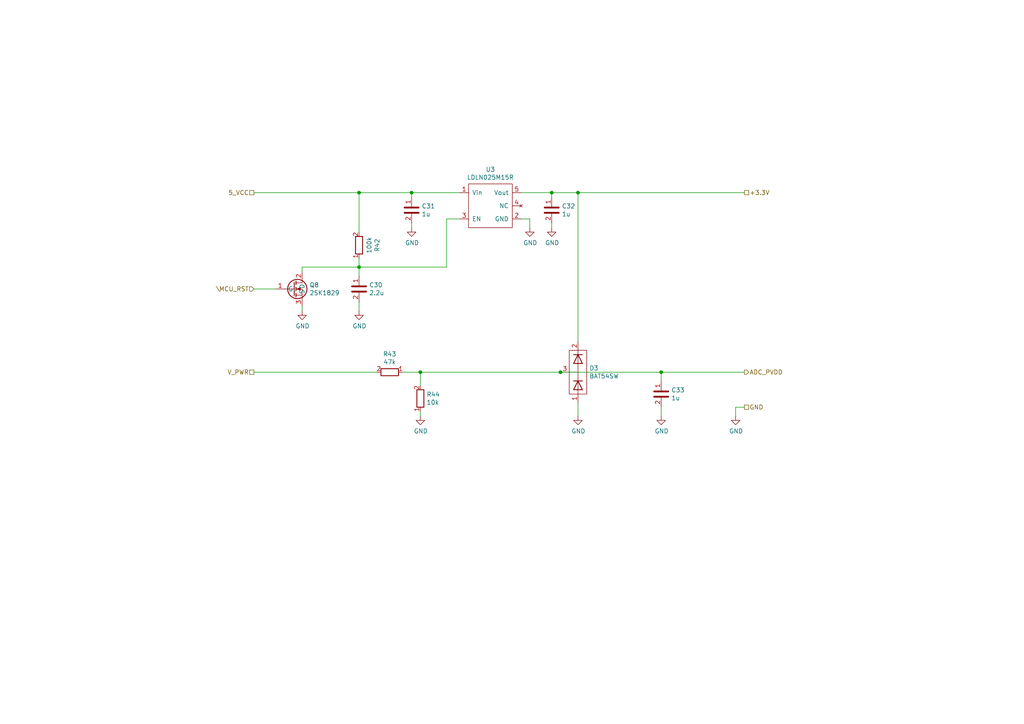
<source format=kicad_sch>
(kicad_sch (version 20211123) (generator eeschema)
  (paper "A4")
  (lib_symbols
    (symbol "p_Diode:BAT54SW" (pin_names (offset 1.016) hide)
      (property "Reference" "D" (at -2.54 7.62 0))
      (property "Value" "BAT54SW" (at 6.35 -7.62 0))
      (symbol "BAT54SW_0_1"
        (rectangle (start -2.54 6.35) (end 2.54 -6.35))
        (polyline (pts (xy 0 -6.35) (xy 0 -5.08)))
        (polyline (pts (xy 0 5.08) (xy 0 6.35)))
        (polyline (pts (xy 0 2.54) (xy 0 -2.54) (xy 0 0) (xy -2.54 0)))
      )
      (symbol "BAT54SW_1_1"
        (polyline (pts (xy 0 -5.08) (xy 0 -2.54)))
        (polyline (pts (xy 0 2.54) (xy 0 5.08)))
        (polyline (pts (xy 1.27 -2.54) (xy -1.27 -2.54)) (stroke (width 0.254)))
        (polyline (pts (xy 1.27 5.08) (xy -1.27 5.08)) (stroke (width 0.254)))
        (polyline (pts (xy 1.27 -5.08) (xy -1.27 -5.08) (xy 0 -2.54) (xy 1.27 -5.08)) (stroke (width 0.254)))
        (polyline (pts (xy 1.27 2.54) (xy -1.27 2.54) (xy 0 5.08) (xy 1.27 2.54)) (stroke (width 0.254)))
        (pin passive line (at 0 -8.89 90) (length 2.54) (name "A") (number "1"))
        (pin passive line (at 0 8.89 270) (length 2.54) (name "K") (number "2"))
        (pin passive line (at -5.08 0 0) (length 2.54) (name "A/K") (number "3"))
      )
    )
    (symbol "p_Passive:C_0603" (pin_names (offset 0) hide)
      (property "Reference" "C" (at 0 0 0))
      (property "Value" "C_0603" (at 0 0 0))
      (symbol "C_0603_1_1"
        (polyline (pts (xy -2.032 -0.762) (xy 2.032 -0.762)) (stroke (width 0.508)))
        (polyline (pts (xy -2.032 0.762) (xy 2.032 0.762)) (stroke (width 0.508)))
        (pin passive line (at 0 3.81 270) (length 2.794) (name "~") (number "1"))
        (pin passive line (at 0 -3.81 90) (length 2.794) (name "~") (number "2"))
      )
    )
    (symbol "p_Passive:R_0603" (pin_names (offset 0) hide)
      (property "Reference" "R" (at 0 0 0))
      (property "Value" "R_0603" (at 0 0 0))
      (symbol "R_0603_1_1"
        (rectangle (start -1.016 -2.54) (end 1.016 2.54) (stroke (width 0.254)))
        (pin passive line (at 0 3.81 270) (length 1.27) (name "~") (number "1"))
        (pin passive line (at 0 -3.81 90) (length 1.27) (name "~") (number "2"))
      )
    )
    (symbol "p_Power_Supply:LDLN025M15R" (pin_names (offset 1.016))
      (property "Reference" "U" (at -5.08 8.89 0))
      (property "Value" "LDLN025M15R" (at 0 -6.35 0))
      (symbol "LDLN025M15R_0_1"
        (rectangle (start -6.35 7.62) (end 6.35 -5.08))
      )
      (symbol "LDLN025M15R_1_1"
        (pin power_in line (at -8.89 5.08 0) (length 2.54) (name "Vin") (number "1"))
        (pin passive line (at 8.89 -2.54 180) (length 2.54) (name "GND") (number "2"))
        (pin input line (at -8.89 -2.54 0) (length 2.54) (name "EN") (number "3"))
        (pin no_connect line (at 8.89 1.27 180) (length 2.54) (name "NC") (number "4"))
        (pin power_out line (at 8.89 5.08 180) (length 2.54) (name "Vout") (number "5"))
      )
    )
    (symbol "p_Transistor_FET:2SK1829" (pin_names (offset 1.016))
      (property "Reference" "Q" (at 2.54 2.54 0))
      (property "Value" "2SK1829" (at 6.35 0 0))
      (symbol "2SK1829_1_1"
        (circle (center -1.397 0) (radius 2.794) (stroke (width 0.254)))
        (polyline (pts (xy -2.286 0) (xy -5.08 0)))
        (polyline (pts (xy -2.286 1.905) (xy -2.286 -1.905)) (stroke (width 0.254)))
        (polyline (pts (xy -1.778 -1.778) (xy 0 -1.778)))
        (polyline (pts (xy -1.778 -1.27) (xy -1.778 -2.286)) (stroke (width 0.254)))
        (polyline (pts (xy -1.778 0.508) (xy -1.778 -0.508)) (stroke (width 0.254)))
        (polyline (pts (xy -1.778 1.778) (xy 0 1.778)))
        (polyline (pts (xy -1.778 2.286) (xy -1.778 1.27)) (stroke (width 0.254)))
        (polyline (pts (xy 0 2.54) (xy 0 1.778)))
        (polyline (pts (xy 0 -2.54) (xy 0 0) (xy -1.778 0)))
        (polyline (pts (xy -1.524 0) (xy -0.508 0.381) (xy -0.508 -0.381) (xy -1.524 0)) (fill (type outline)))
        (pin input line (at -7.62 0 0) (length 2.54) (name "G") (number "1"))
        (pin passive line (at 0 5.08 270) (length 2.54) (name "D") (number "2"))
        (pin passive line (at 0 -5.08 90) (length 2.54) (name "S") (number "3"))
      )
    )
    (symbol "power:GND" (power) (pin_names (offset 0))
      (property "Value" "GND" (at 0 -3.81 0))
      (symbol "GND_0_1"
        (polyline (pts (xy 0 0) (xy 0 -1.27) (xy 1.27 -1.27) (xy 0 -2.54) (xy -1.27 -1.27) (xy 0 -1.27)))
      )
      (symbol "GND_1_1"
        (pin power_in line (at 0 0 270) (length 0) hide (name "GND") (number "1"))
      )
    )
  )
  (junction (at 121.92 107.95))
  (junction (at 191.77 107.95))
  (junction (at 104.14 55.88))
  (junction (at 119.38 55.88))
  (junction (at 160.02 55.88))
  (junction (at 104.14 77.47))
  (junction (at 162.56 107.95))
  (junction (at 167.64 55.88))
  (wire (pts (xy 160.02 64.77) (xy 160.02 66.04)))
  (wire (pts (xy 116.84 107.95) (xy 121.92 107.95)))
  (wire (pts (xy 129.54 77.47) (xy 104.14 77.47)))
  (wire (pts (xy 87.63 88.9) (xy 87.63 90.17)))
  (wire (pts (xy 104.14 77.47) (xy 87.63 77.47)))
  (wire (pts (xy 119.38 64.77) (xy 119.38 66.04)))
  (wire (pts (xy 119.38 57.15) (xy 119.38 55.88)))
  (wire (pts (xy 104.14 87.63) (xy 104.14 90.17)))
  (wire (pts (xy 129.54 63.5) (xy 129.54 77.47)))
  (wire (pts (xy 167.64 55.88) (xy 167.64 99.06)))
  (wire (pts (xy 121.92 111.76) (xy 121.92 107.95)))
  (wire (pts (xy 167.64 55.88) (xy 215.9 55.88)))
  (wire (pts (xy 87.63 78.74) (xy 87.63 77.47)))
  (wire (pts (xy 73.66 55.88) (xy 104.14 55.88)))
  (wire (pts (xy 151.13 55.88) (xy 160.02 55.88)))
  (wire (pts (xy 160.02 57.15) (xy 160.02 55.88)))
  (wire (pts (xy 73.66 83.82) (xy 80.01 83.82)))
  (wire (pts (xy 73.66 107.95) (xy 109.22 107.95)))
  (wire (pts (xy 151.13 63.5) (xy 153.67 63.5)))
  (wire (pts (xy 104.14 67.31) (xy 104.14 55.88)))
  (wire (pts (xy 162.56 107.95) (xy 191.77 107.95)))
  (wire (pts (xy 167.64 116.84) (xy 167.64 120.65)))
  (wire (pts (xy 104.14 77.47) (xy 104.14 80.01)))
  (wire (pts (xy 104.14 55.88) (xy 119.38 55.88)))
  (wire (pts (xy 213.36 118.11) (xy 213.36 120.65)))
  (wire (pts (xy 133.35 63.5) (xy 129.54 63.5)))
  (wire (pts (xy 160.02 55.88) (xy 167.64 55.88)))
  (wire (pts (xy 121.92 119.38) (xy 121.92 120.65)))
  (wire (pts (xy 119.38 55.88) (xy 133.35 55.88)))
  (wire (pts (xy 121.92 107.95) (xy 162.56 107.95)))
  (wire (pts (xy 153.67 63.5) (xy 153.67 66.04)))
  (wire (pts (xy 191.77 118.11) (xy 191.77 120.65)))
  (wire (pts (xy 215.9 118.11) (xy 213.36 118.11)))
  (wire (pts (xy 191.77 110.49) (xy 191.77 107.95)))
  (wire (pts (xy 104.14 74.93) (xy 104.14 77.47)))
  (wire (pts (xy 191.77 107.95) (xy 215.9 107.95)))
  (hierarchical_label "V_PWR" (shape passive) (at 73.66 107.95 180))
  (hierarchical_label "\\MCU_RST" (shape input) (at 73.66 83.82 180))
  (hierarchical_label "5_VCC" (shape passive) (at 73.66 55.88 180))
  (hierarchical_label "ADC_PVDD" (shape output) (at 215.9 107.95 0))
  (hierarchical_label "+3.3V" (shape passive) (at 215.9 55.88 0))
  (hierarchical_label "GND" (shape passive) (at 215.9 118.11 0))
  (symbol (lib_id "p_Diode:BAT54SW") (at 167.64 107.95 0) (unit 1)
    (property "Reference" "D3" (at 170.8912 106.7816 0) (effects (justify left)))
    (property "Value" "BAT54SW" (at 170.8912 109.093 0) (effects (justify left)))
    (property "Footprint" "p_Package_SOT:SOT-323" (effects hide))
    (property "Datasheet" "${KI_PERSO_COMPLIB}/datasheets/p_Diode/BAT54SWT.pdf" (effects hide))
  )
  (symbol (lib_id "power:GND") (at 191.77 120.65 0) (unit 1)
    (property "Reference" "#PWR053" (effects hide))
    (property "Value" "GND" (at 191.897 125.0442 0))
  )
  (symbol (lib_id "power:GND") (at 167.64 120.65 0) (unit 1)
    (property "Reference" "#PWR052" (effects hide))
    (property "Value" "GND" (at 167.767 125.0442 0))
  )
  (symbol (lib_id "power:GND") (at 121.92 120.65 0) (unit 1)
    (property "Reference" "#PWR049" (effects hide))
    (property "Value" "GND" (at 122.047 125.0442 0))
  )
  (symbol (lib_id "power:GND") (at 153.67 66.04 0) (unit 1)
    (property "Reference" "#PWR050" (effects hide))
    (property "Value" "GND" (at 153.797 70.4342 0))
  )
  (symbol (lib_id "p_Passive:C_0603") (at 160.02 60.96 0) (unit 1)
    (property "Reference" "C32" (at 162.941 59.7916 0) (effects (justify left)))
    (property "Value" "1u" (at 162.941 62.103 0) (effects (justify left)))
    (property "Footprint" "p_Package_Capacitor_SMD:C_0603_1608Metric_Pad1.08x0.95mm_HandSolder" (effects hide))
  )
  (symbol (lib_id "power:GND") (at 160.02 66.04 0) (unit 1)
    (property "Reference" "#PWR051" (effects hide))
    (property "Value" "GND" (at 160.147 70.4342 0))
  )
  (symbol (lib_id "p_Passive:C_0603") (at 119.38 60.96 0) (unit 1)
    (property "Reference" "C31" (at 122.301 59.7916 0) (effects (justify left)))
    (property "Value" "1u" (at 122.301 62.103 0) (effects (justify left)))
    (property "Footprint" "p_Package_Capacitor_SMD:C_0603_1608Metric_Pad1.08x0.95mm_HandSolder" (effects hide))
  )
  (symbol (lib_id "power:GND") (at 119.38 66.04 0) (unit 1)
    (property "Reference" "#PWR048" (effects hide))
    (property "Value" "GND" (at 119.507 70.4342 0))
  )
  (symbol (lib_id "p_Passive:R_0603") (at 104.14 71.12 180) (unit 1)
    (property "Reference" "R42" (at 109.3978 71.12 90))
    (property "Value" "100k" (at 107.0864 71.12 90))
    (property "Footprint" "p_Package_Resistor_SMD:R_0603_1608Metric_Pad0.98x0.95mm_HandSolder" (effects hide))
  )
  (symbol (lib_id "p_Passive:C_0603") (at 104.14 83.82 0) (unit 1)
    (property "Reference" "C30" (at 107.061 82.6516 0) (effects (justify left)))
    (property "Value" "2.2u" (at 107.061 84.963 0) (effects (justify left)))
    (property "Footprint" "p_Package_Capacitor_SMD:C_0603_1608Metric_Pad1.08x0.95mm_HandSolder" (effects hide))
  )
  (symbol (lib_id "power:GND") (at 104.14 90.17 0) (unit 1)
    (property "Reference" "#PWR047" (effects hide))
    (property "Value" "GND" (at 104.267 94.5642 0))
  )
  (symbol (lib_id "p_Transistor_FET:2SK1829") (at 87.63 83.82 0) (unit 1)
    (property "Reference" "Q8" (at 89.7636 82.6516 0) (effects (justify left)))
    (property "Value" "2SK1829" (at 89.7636 84.963 0) (effects (justify left)))
    (property "Footprint" "p_Package_SOT:SOT-23" (effects hide))
    (property "Datasheet" "${KI_PERSO_COMPLIB}/datasheets/p_Transistor_FET/2SK1829.pdf" (effects hide))
  )
  (symbol (lib_id "power:GND") (at 87.63 90.17 0) (unit 1)
    (property "Reference" "#PWR046" (effects hide))
    (property "Value" "GND" (at 87.757 94.5642 0))
  )
  (symbol (lib_id "p_Power_Supply:LDLN025M15R") (at 142.24 60.96 0) (unit 1)
    (property "Reference" "U3" (at 142.24 49.149 0))
    (property "Value" "LDLN025M15R" (at 142.24 51.4604 0))
    (property "Footprint" "p_Package_SOT:SOT-23-5" (effects hide))
    (property "Datasheet" "${KI_PERSO_COMPLIB}/datasheets/p_Power_Supply/LDLN025.pdf" (effects hide))
  )
  (symbol (lib_id "p_Passive:R_0603") (at 113.03 107.95 270) (unit 1)
    (property "Reference" "R43" (at 113.03 102.6922 90))
    (property "Value" "47k" (at 113.03 105.0036 90))
    (property "Footprint" "p_Package_Resistor_SMD:R_0603_1608Metric_Pad0.98x0.95mm_HandSolder" (effects hide))
  )
  (symbol (lib_id "p_Passive:R_0603") (at 121.92 115.57 180) (unit 1)
    (property "Reference" "R44" (at 123.698 114.4016 0) (effects (justify right)))
    (property "Value" "10k" (at 123.698 116.713 0) (effects (justify right)))
    (property "Footprint" "p_Package_Resistor_SMD:R_0603_1608Metric_Pad0.98x0.95mm_HandSolder" (effects hide))
  )
  (symbol (lib_id "p_Passive:C_0603") (at 191.77 114.3 0) (unit 1)
    (property "Reference" "C33" (at 194.691 113.1316 0) (effects (justify left)))
    (property "Value" "1u" (at 194.691 115.443 0) (effects (justify left)))
    (property "Footprint" "p_Package_Capacitor_SMD:C_0603_1608Metric_Pad1.08x0.95mm_HandSolder" (effects hide))
  )
  (symbol (lib_id "power:GND") (at 213.36 120.65 0) (unit 1)
    (property "Reference" "#PWR054" (effects hide))
    (property "Value" "GND" (at 213.487 125.0442 0))
  )
)
</source>
